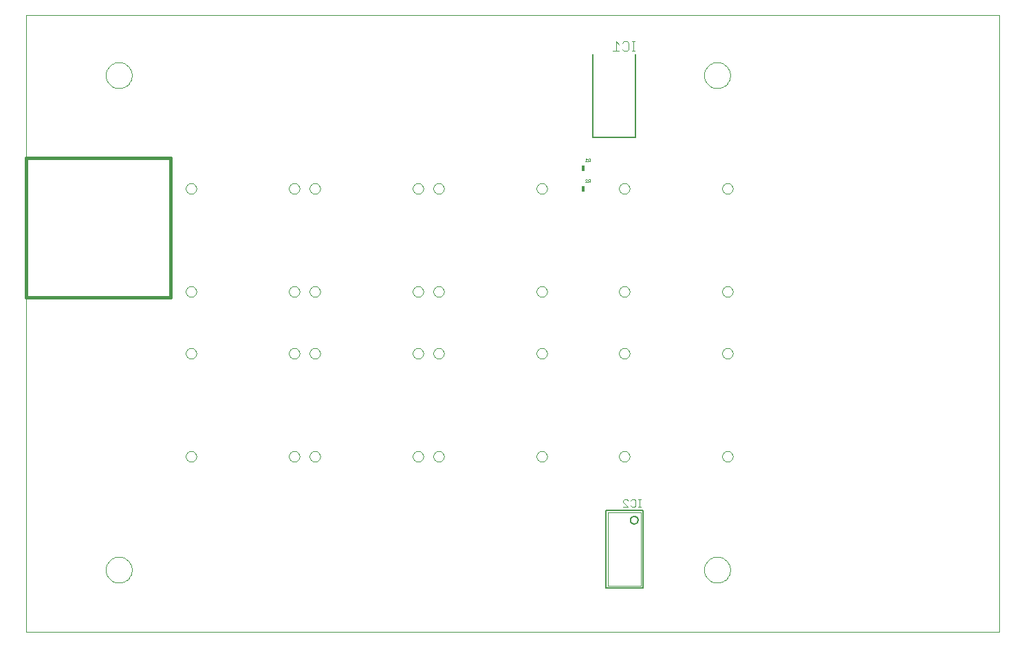
<source format=gbo>
G75*
G70*
%OFA0B0*%
%FSLAX24Y24*%
%IPPOS*%
%LPD*%
%AMOC8*
5,1,8,0,0,1.08239X$1,22.5*
%
%ADD10C,0.0000*%
%ADD11C,0.0160*%
%ADD12C,0.0060*%
%ADD13C,0.0020*%
%ADD14C,0.0040*%
%ADD15C,0.0080*%
%ADD16C,0.0010*%
%ADD17R,0.0180X0.0300*%
D10*
X000180Y000180D02*
X000180Y016400D01*
X000180Y030101D01*
X047361Y030101D01*
X047361Y000180D01*
X000180Y000180D01*
X004050Y003180D02*
X004052Y003230D01*
X004058Y003280D01*
X004068Y003329D01*
X004082Y003377D01*
X004099Y003424D01*
X004120Y003469D01*
X004145Y003513D01*
X004173Y003554D01*
X004205Y003593D01*
X004239Y003630D01*
X004276Y003664D01*
X004316Y003694D01*
X004358Y003721D01*
X004402Y003745D01*
X004448Y003766D01*
X004495Y003782D01*
X004543Y003795D01*
X004593Y003804D01*
X004642Y003809D01*
X004693Y003810D01*
X004743Y003807D01*
X004792Y003800D01*
X004841Y003789D01*
X004889Y003774D01*
X004935Y003756D01*
X004980Y003734D01*
X005023Y003708D01*
X005064Y003679D01*
X005103Y003647D01*
X005139Y003612D01*
X005171Y003574D01*
X005201Y003534D01*
X005228Y003491D01*
X005251Y003447D01*
X005270Y003401D01*
X005286Y003353D01*
X005298Y003304D01*
X005306Y003255D01*
X005310Y003205D01*
X005310Y003155D01*
X005306Y003105D01*
X005298Y003056D01*
X005286Y003007D01*
X005270Y002959D01*
X005251Y002913D01*
X005228Y002869D01*
X005201Y002826D01*
X005171Y002786D01*
X005139Y002748D01*
X005103Y002713D01*
X005064Y002681D01*
X005023Y002652D01*
X004980Y002626D01*
X004935Y002604D01*
X004889Y002586D01*
X004841Y002571D01*
X004792Y002560D01*
X004743Y002553D01*
X004693Y002550D01*
X004642Y002551D01*
X004593Y002556D01*
X004543Y002565D01*
X004495Y002578D01*
X004448Y002594D01*
X004402Y002615D01*
X004358Y002639D01*
X004316Y002666D01*
X004276Y002696D01*
X004239Y002730D01*
X004205Y002767D01*
X004173Y002806D01*
X004145Y002847D01*
X004120Y002891D01*
X004099Y002936D01*
X004082Y002983D01*
X004068Y003031D01*
X004058Y003080D01*
X004052Y003130D01*
X004050Y003180D01*
X007924Y008680D02*
X007926Y008711D01*
X007932Y008742D01*
X007941Y008772D01*
X007954Y008801D01*
X007971Y008828D01*
X007991Y008852D01*
X008013Y008874D01*
X008039Y008893D01*
X008066Y008909D01*
X008095Y008921D01*
X008125Y008930D01*
X008156Y008935D01*
X008188Y008936D01*
X008219Y008933D01*
X008250Y008926D01*
X008280Y008916D01*
X008308Y008902D01*
X008334Y008884D01*
X008358Y008864D01*
X008379Y008840D01*
X008398Y008815D01*
X008413Y008787D01*
X008424Y008758D01*
X008432Y008727D01*
X008436Y008696D01*
X008436Y008664D01*
X008432Y008633D01*
X008424Y008602D01*
X008413Y008573D01*
X008398Y008545D01*
X008379Y008520D01*
X008358Y008496D01*
X008334Y008476D01*
X008308Y008458D01*
X008280Y008444D01*
X008250Y008434D01*
X008219Y008427D01*
X008188Y008424D01*
X008156Y008425D01*
X008125Y008430D01*
X008095Y008439D01*
X008066Y008451D01*
X008039Y008467D01*
X008013Y008486D01*
X007991Y008508D01*
X007971Y008532D01*
X007954Y008559D01*
X007941Y008588D01*
X007932Y008618D01*
X007926Y008649D01*
X007924Y008680D01*
X012924Y008680D02*
X012926Y008711D01*
X012932Y008742D01*
X012941Y008772D01*
X012954Y008801D01*
X012971Y008828D01*
X012991Y008852D01*
X013013Y008874D01*
X013039Y008893D01*
X013066Y008909D01*
X013095Y008921D01*
X013125Y008930D01*
X013156Y008935D01*
X013188Y008936D01*
X013219Y008933D01*
X013250Y008926D01*
X013280Y008916D01*
X013308Y008902D01*
X013334Y008884D01*
X013358Y008864D01*
X013379Y008840D01*
X013398Y008815D01*
X013413Y008787D01*
X013424Y008758D01*
X013432Y008727D01*
X013436Y008696D01*
X013436Y008664D01*
X013432Y008633D01*
X013424Y008602D01*
X013413Y008573D01*
X013398Y008545D01*
X013379Y008520D01*
X013358Y008496D01*
X013334Y008476D01*
X013308Y008458D01*
X013280Y008444D01*
X013250Y008434D01*
X013219Y008427D01*
X013188Y008424D01*
X013156Y008425D01*
X013125Y008430D01*
X013095Y008439D01*
X013066Y008451D01*
X013039Y008467D01*
X013013Y008486D01*
X012991Y008508D01*
X012971Y008532D01*
X012954Y008559D01*
X012941Y008588D01*
X012932Y008618D01*
X012926Y008649D01*
X012924Y008680D01*
X013924Y008680D02*
X013926Y008711D01*
X013932Y008742D01*
X013941Y008772D01*
X013954Y008801D01*
X013971Y008828D01*
X013991Y008852D01*
X014013Y008874D01*
X014039Y008893D01*
X014066Y008909D01*
X014095Y008921D01*
X014125Y008930D01*
X014156Y008935D01*
X014188Y008936D01*
X014219Y008933D01*
X014250Y008926D01*
X014280Y008916D01*
X014308Y008902D01*
X014334Y008884D01*
X014358Y008864D01*
X014379Y008840D01*
X014398Y008815D01*
X014413Y008787D01*
X014424Y008758D01*
X014432Y008727D01*
X014436Y008696D01*
X014436Y008664D01*
X014432Y008633D01*
X014424Y008602D01*
X014413Y008573D01*
X014398Y008545D01*
X014379Y008520D01*
X014358Y008496D01*
X014334Y008476D01*
X014308Y008458D01*
X014280Y008444D01*
X014250Y008434D01*
X014219Y008427D01*
X014188Y008424D01*
X014156Y008425D01*
X014125Y008430D01*
X014095Y008439D01*
X014066Y008451D01*
X014039Y008467D01*
X014013Y008486D01*
X013991Y008508D01*
X013971Y008532D01*
X013954Y008559D01*
X013941Y008588D01*
X013932Y008618D01*
X013926Y008649D01*
X013924Y008680D01*
X018924Y008680D02*
X018926Y008711D01*
X018932Y008742D01*
X018941Y008772D01*
X018954Y008801D01*
X018971Y008828D01*
X018991Y008852D01*
X019013Y008874D01*
X019039Y008893D01*
X019066Y008909D01*
X019095Y008921D01*
X019125Y008930D01*
X019156Y008935D01*
X019188Y008936D01*
X019219Y008933D01*
X019250Y008926D01*
X019280Y008916D01*
X019308Y008902D01*
X019334Y008884D01*
X019358Y008864D01*
X019379Y008840D01*
X019398Y008815D01*
X019413Y008787D01*
X019424Y008758D01*
X019432Y008727D01*
X019436Y008696D01*
X019436Y008664D01*
X019432Y008633D01*
X019424Y008602D01*
X019413Y008573D01*
X019398Y008545D01*
X019379Y008520D01*
X019358Y008496D01*
X019334Y008476D01*
X019308Y008458D01*
X019280Y008444D01*
X019250Y008434D01*
X019219Y008427D01*
X019188Y008424D01*
X019156Y008425D01*
X019125Y008430D01*
X019095Y008439D01*
X019066Y008451D01*
X019039Y008467D01*
X019013Y008486D01*
X018991Y008508D01*
X018971Y008532D01*
X018954Y008559D01*
X018941Y008588D01*
X018932Y008618D01*
X018926Y008649D01*
X018924Y008680D01*
X019924Y008680D02*
X019926Y008711D01*
X019932Y008742D01*
X019941Y008772D01*
X019954Y008801D01*
X019971Y008828D01*
X019991Y008852D01*
X020013Y008874D01*
X020039Y008893D01*
X020066Y008909D01*
X020095Y008921D01*
X020125Y008930D01*
X020156Y008935D01*
X020188Y008936D01*
X020219Y008933D01*
X020250Y008926D01*
X020280Y008916D01*
X020308Y008902D01*
X020334Y008884D01*
X020358Y008864D01*
X020379Y008840D01*
X020398Y008815D01*
X020413Y008787D01*
X020424Y008758D01*
X020432Y008727D01*
X020436Y008696D01*
X020436Y008664D01*
X020432Y008633D01*
X020424Y008602D01*
X020413Y008573D01*
X020398Y008545D01*
X020379Y008520D01*
X020358Y008496D01*
X020334Y008476D01*
X020308Y008458D01*
X020280Y008444D01*
X020250Y008434D01*
X020219Y008427D01*
X020188Y008424D01*
X020156Y008425D01*
X020125Y008430D01*
X020095Y008439D01*
X020066Y008451D01*
X020039Y008467D01*
X020013Y008486D01*
X019991Y008508D01*
X019971Y008532D01*
X019954Y008559D01*
X019941Y008588D01*
X019932Y008618D01*
X019926Y008649D01*
X019924Y008680D01*
X024924Y008680D02*
X024926Y008711D01*
X024932Y008742D01*
X024941Y008772D01*
X024954Y008801D01*
X024971Y008828D01*
X024991Y008852D01*
X025013Y008874D01*
X025039Y008893D01*
X025066Y008909D01*
X025095Y008921D01*
X025125Y008930D01*
X025156Y008935D01*
X025188Y008936D01*
X025219Y008933D01*
X025250Y008926D01*
X025280Y008916D01*
X025308Y008902D01*
X025334Y008884D01*
X025358Y008864D01*
X025379Y008840D01*
X025398Y008815D01*
X025413Y008787D01*
X025424Y008758D01*
X025432Y008727D01*
X025436Y008696D01*
X025436Y008664D01*
X025432Y008633D01*
X025424Y008602D01*
X025413Y008573D01*
X025398Y008545D01*
X025379Y008520D01*
X025358Y008496D01*
X025334Y008476D01*
X025308Y008458D01*
X025280Y008444D01*
X025250Y008434D01*
X025219Y008427D01*
X025188Y008424D01*
X025156Y008425D01*
X025125Y008430D01*
X025095Y008439D01*
X025066Y008451D01*
X025039Y008467D01*
X025013Y008486D01*
X024991Y008508D01*
X024971Y008532D01*
X024954Y008559D01*
X024941Y008588D01*
X024932Y008618D01*
X024926Y008649D01*
X024924Y008680D01*
X028924Y008680D02*
X028926Y008711D01*
X028932Y008742D01*
X028941Y008772D01*
X028954Y008801D01*
X028971Y008828D01*
X028991Y008852D01*
X029013Y008874D01*
X029039Y008893D01*
X029066Y008909D01*
X029095Y008921D01*
X029125Y008930D01*
X029156Y008935D01*
X029188Y008936D01*
X029219Y008933D01*
X029250Y008926D01*
X029280Y008916D01*
X029308Y008902D01*
X029334Y008884D01*
X029358Y008864D01*
X029379Y008840D01*
X029398Y008815D01*
X029413Y008787D01*
X029424Y008758D01*
X029432Y008727D01*
X029436Y008696D01*
X029436Y008664D01*
X029432Y008633D01*
X029424Y008602D01*
X029413Y008573D01*
X029398Y008545D01*
X029379Y008520D01*
X029358Y008496D01*
X029334Y008476D01*
X029308Y008458D01*
X029280Y008444D01*
X029250Y008434D01*
X029219Y008427D01*
X029188Y008424D01*
X029156Y008425D01*
X029125Y008430D01*
X029095Y008439D01*
X029066Y008451D01*
X029039Y008467D01*
X029013Y008486D01*
X028991Y008508D01*
X028971Y008532D01*
X028954Y008559D01*
X028941Y008588D01*
X028932Y008618D01*
X028926Y008649D01*
X028924Y008680D01*
X033924Y008680D02*
X033926Y008711D01*
X033932Y008742D01*
X033941Y008772D01*
X033954Y008801D01*
X033971Y008828D01*
X033991Y008852D01*
X034013Y008874D01*
X034039Y008893D01*
X034066Y008909D01*
X034095Y008921D01*
X034125Y008930D01*
X034156Y008935D01*
X034188Y008936D01*
X034219Y008933D01*
X034250Y008926D01*
X034280Y008916D01*
X034308Y008902D01*
X034334Y008884D01*
X034358Y008864D01*
X034379Y008840D01*
X034398Y008815D01*
X034413Y008787D01*
X034424Y008758D01*
X034432Y008727D01*
X034436Y008696D01*
X034436Y008664D01*
X034432Y008633D01*
X034424Y008602D01*
X034413Y008573D01*
X034398Y008545D01*
X034379Y008520D01*
X034358Y008496D01*
X034334Y008476D01*
X034308Y008458D01*
X034280Y008444D01*
X034250Y008434D01*
X034219Y008427D01*
X034188Y008424D01*
X034156Y008425D01*
X034125Y008430D01*
X034095Y008439D01*
X034066Y008451D01*
X034039Y008467D01*
X034013Y008486D01*
X033991Y008508D01*
X033971Y008532D01*
X033954Y008559D01*
X033941Y008588D01*
X033932Y008618D01*
X033926Y008649D01*
X033924Y008680D01*
X033924Y013680D02*
X033926Y013711D01*
X033932Y013742D01*
X033941Y013772D01*
X033954Y013801D01*
X033971Y013828D01*
X033991Y013852D01*
X034013Y013874D01*
X034039Y013893D01*
X034066Y013909D01*
X034095Y013921D01*
X034125Y013930D01*
X034156Y013935D01*
X034188Y013936D01*
X034219Y013933D01*
X034250Y013926D01*
X034280Y013916D01*
X034308Y013902D01*
X034334Y013884D01*
X034358Y013864D01*
X034379Y013840D01*
X034398Y013815D01*
X034413Y013787D01*
X034424Y013758D01*
X034432Y013727D01*
X034436Y013696D01*
X034436Y013664D01*
X034432Y013633D01*
X034424Y013602D01*
X034413Y013573D01*
X034398Y013545D01*
X034379Y013520D01*
X034358Y013496D01*
X034334Y013476D01*
X034308Y013458D01*
X034280Y013444D01*
X034250Y013434D01*
X034219Y013427D01*
X034188Y013424D01*
X034156Y013425D01*
X034125Y013430D01*
X034095Y013439D01*
X034066Y013451D01*
X034039Y013467D01*
X034013Y013486D01*
X033991Y013508D01*
X033971Y013532D01*
X033954Y013559D01*
X033941Y013588D01*
X033932Y013618D01*
X033926Y013649D01*
X033924Y013680D01*
X033924Y016680D02*
X033926Y016711D01*
X033932Y016742D01*
X033941Y016772D01*
X033954Y016801D01*
X033971Y016828D01*
X033991Y016852D01*
X034013Y016874D01*
X034039Y016893D01*
X034066Y016909D01*
X034095Y016921D01*
X034125Y016930D01*
X034156Y016935D01*
X034188Y016936D01*
X034219Y016933D01*
X034250Y016926D01*
X034280Y016916D01*
X034308Y016902D01*
X034334Y016884D01*
X034358Y016864D01*
X034379Y016840D01*
X034398Y016815D01*
X034413Y016787D01*
X034424Y016758D01*
X034432Y016727D01*
X034436Y016696D01*
X034436Y016664D01*
X034432Y016633D01*
X034424Y016602D01*
X034413Y016573D01*
X034398Y016545D01*
X034379Y016520D01*
X034358Y016496D01*
X034334Y016476D01*
X034308Y016458D01*
X034280Y016444D01*
X034250Y016434D01*
X034219Y016427D01*
X034188Y016424D01*
X034156Y016425D01*
X034125Y016430D01*
X034095Y016439D01*
X034066Y016451D01*
X034039Y016467D01*
X034013Y016486D01*
X033991Y016508D01*
X033971Y016532D01*
X033954Y016559D01*
X033941Y016588D01*
X033932Y016618D01*
X033926Y016649D01*
X033924Y016680D01*
X028924Y016680D02*
X028926Y016711D01*
X028932Y016742D01*
X028941Y016772D01*
X028954Y016801D01*
X028971Y016828D01*
X028991Y016852D01*
X029013Y016874D01*
X029039Y016893D01*
X029066Y016909D01*
X029095Y016921D01*
X029125Y016930D01*
X029156Y016935D01*
X029188Y016936D01*
X029219Y016933D01*
X029250Y016926D01*
X029280Y016916D01*
X029308Y016902D01*
X029334Y016884D01*
X029358Y016864D01*
X029379Y016840D01*
X029398Y016815D01*
X029413Y016787D01*
X029424Y016758D01*
X029432Y016727D01*
X029436Y016696D01*
X029436Y016664D01*
X029432Y016633D01*
X029424Y016602D01*
X029413Y016573D01*
X029398Y016545D01*
X029379Y016520D01*
X029358Y016496D01*
X029334Y016476D01*
X029308Y016458D01*
X029280Y016444D01*
X029250Y016434D01*
X029219Y016427D01*
X029188Y016424D01*
X029156Y016425D01*
X029125Y016430D01*
X029095Y016439D01*
X029066Y016451D01*
X029039Y016467D01*
X029013Y016486D01*
X028991Y016508D01*
X028971Y016532D01*
X028954Y016559D01*
X028941Y016588D01*
X028932Y016618D01*
X028926Y016649D01*
X028924Y016680D01*
X024924Y016680D02*
X024926Y016711D01*
X024932Y016742D01*
X024941Y016772D01*
X024954Y016801D01*
X024971Y016828D01*
X024991Y016852D01*
X025013Y016874D01*
X025039Y016893D01*
X025066Y016909D01*
X025095Y016921D01*
X025125Y016930D01*
X025156Y016935D01*
X025188Y016936D01*
X025219Y016933D01*
X025250Y016926D01*
X025280Y016916D01*
X025308Y016902D01*
X025334Y016884D01*
X025358Y016864D01*
X025379Y016840D01*
X025398Y016815D01*
X025413Y016787D01*
X025424Y016758D01*
X025432Y016727D01*
X025436Y016696D01*
X025436Y016664D01*
X025432Y016633D01*
X025424Y016602D01*
X025413Y016573D01*
X025398Y016545D01*
X025379Y016520D01*
X025358Y016496D01*
X025334Y016476D01*
X025308Y016458D01*
X025280Y016444D01*
X025250Y016434D01*
X025219Y016427D01*
X025188Y016424D01*
X025156Y016425D01*
X025125Y016430D01*
X025095Y016439D01*
X025066Y016451D01*
X025039Y016467D01*
X025013Y016486D01*
X024991Y016508D01*
X024971Y016532D01*
X024954Y016559D01*
X024941Y016588D01*
X024932Y016618D01*
X024926Y016649D01*
X024924Y016680D01*
X024924Y013680D02*
X024926Y013711D01*
X024932Y013742D01*
X024941Y013772D01*
X024954Y013801D01*
X024971Y013828D01*
X024991Y013852D01*
X025013Y013874D01*
X025039Y013893D01*
X025066Y013909D01*
X025095Y013921D01*
X025125Y013930D01*
X025156Y013935D01*
X025188Y013936D01*
X025219Y013933D01*
X025250Y013926D01*
X025280Y013916D01*
X025308Y013902D01*
X025334Y013884D01*
X025358Y013864D01*
X025379Y013840D01*
X025398Y013815D01*
X025413Y013787D01*
X025424Y013758D01*
X025432Y013727D01*
X025436Y013696D01*
X025436Y013664D01*
X025432Y013633D01*
X025424Y013602D01*
X025413Y013573D01*
X025398Y013545D01*
X025379Y013520D01*
X025358Y013496D01*
X025334Y013476D01*
X025308Y013458D01*
X025280Y013444D01*
X025250Y013434D01*
X025219Y013427D01*
X025188Y013424D01*
X025156Y013425D01*
X025125Y013430D01*
X025095Y013439D01*
X025066Y013451D01*
X025039Y013467D01*
X025013Y013486D01*
X024991Y013508D01*
X024971Y013532D01*
X024954Y013559D01*
X024941Y013588D01*
X024932Y013618D01*
X024926Y013649D01*
X024924Y013680D01*
X028924Y013680D02*
X028926Y013711D01*
X028932Y013742D01*
X028941Y013772D01*
X028954Y013801D01*
X028971Y013828D01*
X028991Y013852D01*
X029013Y013874D01*
X029039Y013893D01*
X029066Y013909D01*
X029095Y013921D01*
X029125Y013930D01*
X029156Y013935D01*
X029188Y013936D01*
X029219Y013933D01*
X029250Y013926D01*
X029280Y013916D01*
X029308Y013902D01*
X029334Y013884D01*
X029358Y013864D01*
X029379Y013840D01*
X029398Y013815D01*
X029413Y013787D01*
X029424Y013758D01*
X029432Y013727D01*
X029436Y013696D01*
X029436Y013664D01*
X029432Y013633D01*
X029424Y013602D01*
X029413Y013573D01*
X029398Y013545D01*
X029379Y013520D01*
X029358Y013496D01*
X029334Y013476D01*
X029308Y013458D01*
X029280Y013444D01*
X029250Y013434D01*
X029219Y013427D01*
X029188Y013424D01*
X029156Y013425D01*
X029125Y013430D01*
X029095Y013439D01*
X029066Y013451D01*
X029039Y013467D01*
X029013Y013486D01*
X028991Y013508D01*
X028971Y013532D01*
X028954Y013559D01*
X028941Y013588D01*
X028932Y013618D01*
X028926Y013649D01*
X028924Y013680D01*
X019924Y013680D02*
X019926Y013711D01*
X019932Y013742D01*
X019941Y013772D01*
X019954Y013801D01*
X019971Y013828D01*
X019991Y013852D01*
X020013Y013874D01*
X020039Y013893D01*
X020066Y013909D01*
X020095Y013921D01*
X020125Y013930D01*
X020156Y013935D01*
X020188Y013936D01*
X020219Y013933D01*
X020250Y013926D01*
X020280Y013916D01*
X020308Y013902D01*
X020334Y013884D01*
X020358Y013864D01*
X020379Y013840D01*
X020398Y013815D01*
X020413Y013787D01*
X020424Y013758D01*
X020432Y013727D01*
X020436Y013696D01*
X020436Y013664D01*
X020432Y013633D01*
X020424Y013602D01*
X020413Y013573D01*
X020398Y013545D01*
X020379Y013520D01*
X020358Y013496D01*
X020334Y013476D01*
X020308Y013458D01*
X020280Y013444D01*
X020250Y013434D01*
X020219Y013427D01*
X020188Y013424D01*
X020156Y013425D01*
X020125Y013430D01*
X020095Y013439D01*
X020066Y013451D01*
X020039Y013467D01*
X020013Y013486D01*
X019991Y013508D01*
X019971Y013532D01*
X019954Y013559D01*
X019941Y013588D01*
X019932Y013618D01*
X019926Y013649D01*
X019924Y013680D01*
X018924Y013680D02*
X018926Y013711D01*
X018932Y013742D01*
X018941Y013772D01*
X018954Y013801D01*
X018971Y013828D01*
X018991Y013852D01*
X019013Y013874D01*
X019039Y013893D01*
X019066Y013909D01*
X019095Y013921D01*
X019125Y013930D01*
X019156Y013935D01*
X019188Y013936D01*
X019219Y013933D01*
X019250Y013926D01*
X019280Y013916D01*
X019308Y013902D01*
X019334Y013884D01*
X019358Y013864D01*
X019379Y013840D01*
X019398Y013815D01*
X019413Y013787D01*
X019424Y013758D01*
X019432Y013727D01*
X019436Y013696D01*
X019436Y013664D01*
X019432Y013633D01*
X019424Y013602D01*
X019413Y013573D01*
X019398Y013545D01*
X019379Y013520D01*
X019358Y013496D01*
X019334Y013476D01*
X019308Y013458D01*
X019280Y013444D01*
X019250Y013434D01*
X019219Y013427D01*
X019188Y013424D01*
X019156Y013425D01*
X019125Y013430D01*
X019095Y013439D01*
X019066Y013451D01*
X019039Y013467D01*
X019013Y013486D01*
X018991Y013508D01*
X018971Y013532D01*
X018954Y013559D01*
X018941Y013588D01*
X018932Y013618D01*
X018926Y013649D01*
X018924Y013680D01*
X018924Y016680D02*
X018926Y016711D01*
X018932Y016742D01*
X018941Y016772D01*
X018954Y016801D01*
X018971Y016828D01*
X018991Y016852D01*
X019013Y016874D01*
X019039Y016893D01*
X019066Y016909D01*
X019095Y016921D01*
X019125Y016930D01*
X019156Y016935D01*
X019188Y016936D01*
X019219Y016933D01*
X019250Y016926D01*
X019280Y016916D01*
X019308Y016902D01*
X019334Y016884D01*
X019358Y016864D01*
X019379Y016840D01*
X019398Y016815D01*
X019413Y016787D01*
X019424Y016758D01*
X019432Y016727D01*
X019436Y016696D01*
X019436Y016664D01*
X019432Y016633D01*
X019424Y016602D01*
X019413Y016573D01*
X019398Y016545D01*
X019379Y016520D01*
X019358Y016496D01*
X019334Y016476D01*
X019308Y016458D01*
X019280Y016444D01*
X019250Y016434D01*
X019219Y016427D01*
X019188Y016424D01*
X019156Y016425D01*
X019125Y016430D01*
X019095Y016439D01*
X019066Y016451D01*
X019039Y016467D01*
X019013Y016486D01*
X018991Y016508D01*
X018971Y016532D01*
X018954Y016559D01*
X018941Y016588D01*
X018932Y016618D01*
X018926Y016649D01*
X018924Y016680D01*
X019924Y016680D02*
X019926Y016711D01*
X019932Y016742D01*
X019941Y016772D01*
X019954Y016801D01*
X019971Y016828D01*
X019991Y016852D01*
X020013Y016874D01*
X020039Y016893D01*
X020066Y016909D01*
X020095Y016921D01*
X020125Y016930D01*
X020156Y016935D01*
X020188Y016936D01*
X020219Y016933D01*
X020250Y016926D01*
X020280Y016916D01*
X020308Y016902D01*
X020334Y016884D01*
X020358Y016864D01*
X020379Y016840D01*
X020398Y016815D01*
X020413Y016787D01*
X020424Y016758D01*
X020432Y016727D01*
X020436Y016696D01*
X020436Y016664D01*
X020432Y016633D01*
X020424Y016602D01*
X020413Y016573D01*
X020398Y016545D01*
X020379Y016520D01*
X020358Y016496D01*
X020334Y016476D01*
X020308Y016458D01*
X020280Y016444D01*
X020250Y016434D01*
X020219Y016427D01*
X020188Y016424D01*
X020156Y016425D01*
X020125Y016430D01*
X020095Y016439D01*
X020066Y016451D01*
X020039Y016467D01*
X020013Y016486D01*
X019991Y016508D01*
X019971Y016532D01*
X019954Y016559D01*
X019941Y016588D01*
X019932Y016618D01*
X019926Y016649D01*
X019924Y016680D01*
X013924Y016680D02*
X013926Y016711D01*
X013932Y016742D01*
X013941Y016772D01*
X013954Y016801D01*
X013971Y016828D01*
X013991Y016852D01*
X014013Y016874D01*
X014039Y016893D01*
X014066Y016909D01*
X014095Y016921D01*
X014125Y016930D01*
X014156Y016935D01*
X014188Y016936D01*
X014219Y016933D01*
X014250Y016926D01*
X014280Y016916D01*
X014308Y016902D01*
X014334Y016884D01*
X014358Y016864D01*
X014379Y016840D01*
X014398Y016815D01*
X014413Y016787D01*
X014424Y016758D01*
X014432Y016727D01*
X014436Y016696D01*
X014436Y016664D01*
X014432Y016633D01*
X014424Y016602D01*
X014413Y016573D01*
X014398Y016545D01*
X014379Y016520D01*
X014358Y016496D01*
X014334Y016476D01*
X014308Y016458D01*
X014280Y016444D01*
X014250Y016434D01*
X014219Y016427D01*
X014188Y016424D01*
X014156Y016425D01*
X014125Y016430D01*
X014095Y016439D01*
X014066Y016451D01*
X014039Y016467D01*
X014013Y016486D01*
X013991Y016508D01*
X013971Y016532D01*
X013954Y016559D01*
X013941Y016588D01*
X013932Y016618D01*
X013926Y016649D01*
X013924Y016680D01*
X012924Y016680D02*
X012926Y016711D01*
X012932Y016742D01*
X012941Y016772D01*
X012954Y016801D01*
X012971Y016828D01*
X012991Y016852D01*
X013013Y016874D01*
X013039Y016893D01*
X013066Y016909D01*
X013095Y016921D01*
X013125Y016930D01*
X013156Y016935D01*
X013188Y016936D01*
X013219Y016933D01*
X013250Y016926D01*
X013280Y016916D01*
X013308Y016902D01*
X013334Y016884D01*
X013358Y016864D01*
X013379Y016840D01*
X013398Y016815D01*
X013413Y016787D01*
X013424Y016758D01*
X013432Y016727D01*
X013436Y016696D01*
X013436Y016664D01*
X013432Y016633D01*
X013424Y016602D01*
X013413Y016573D01*
X013398Y016545D01*
X013379Y016520D01*
X013358Y016496D01*
X013334Y016476D01*
X013308Y016458D01*
X013280Y016444D01*
X013250Y016434D01*
X013219Y016427D01*
X013188Y016424D01*
X013156Y016425D01*
X013125Y016430D01*
X013095Y016439D01*
X013066Y016451D01*
X013039Y016467D01*
X013013Y016486D01*
X012991Y016508D01*
X012971Y016532D01*
X012954Y016559D01*
X012941Y016588D01*
X012932Y016618D01*
X012926Y016649D01*
X012924Y016680D01*
X012924Y013680D02*
X012926Y013711D01*
X012932Y013742D01*
X012941Y013772D01*
X012954Y013801D01*
X012971Y013828D01*
X012991Y013852D01*
X013013Y013874D01*
X013039Y013893D01*
X013066Y013909D01*
X013095Y013921D01*
X013125Y013930D01*
X013156Y013935D01*
X013188Y013936D01*
X013219Y013933D01*
X013250Y013926D01*
X013280Y013916D01*
X013308Y013902D01*
X013334Y013884D01*
X013358Y013864D01*
X013379Y013840D01*
X013398Y013815D01*
X013413Y013787D01*
X013424Y013758D01*
X013432Y013727D01*
X013436Y013696D01*
X013436Y013664D01*
X013432Y013633D01*
X013424Y013602D01*
X013413Y013573D01*
X013398Y013545D01*
X013379Y013520D01*
X013358Y013496D01*
X013334Y013476D01*
X013308Y013458D01*
X013280Y013444D01*
X013250Y013434D01*
X013219Y013427D01*
X013188Y013424D01*
X013156Y013425D01*
X013125Y013430D01*
X013095Y013439D01*
X013066Y013451D01*
X013039Y013467D01*
X013013Y013486D01*
X012991Y013508D01*
X012971Y013532D01*
X012954Y013559D01*
X012941Y013588D01*
X012932Y013618D01*
X012926Y013649D01*
X012924Y013680D01*
X013924Y013680D02*
X013926Y013711D01*
X013932Y013742D01*
X013941Y013772D01*
X013954Y013801D01*
X013971Y013828D01*
X013991Y013852D01*
X014013Y013874D01*
X014039Y013893D01*
X014066Y013909D01*
X014095Y013921D01*
X014125Y013930D01*
X014156Y013935D01*
X014188Y013936D01*
X014219Y013933D01*
X014250Y013926D01*
X014280Y013916D01*
X014308Y013902D01*
X014334Y013884D01*
X014358Y013864D01*
X014379Y013840D01*
X014398Y013815D01*
X014413Y013787D01*
X014424Y013758D01*
X014432Y013727D01*
X014436Y013696D01*
X014436Y013664D01*
X014432Y013633D01*
X014424Y013602D01*
X014413Y013573D01*
X014398Y013545D01*
X014379Y013520D01*
X014358Y013496D01*
X014334Y013476D01*
X014308Y013458D01*
X014280Y013444D01*
X014250Y013434D01*
X014219Y013427D01*
X014188Y013424D01*
X014156Y013425D01*
X014125Y013430D01*
X014095Y013439D01*
X014066Y013451D01*
X014039Y013467D01*
X014013Y013486D01*
X013991Y013508D01*
X013971Y013532D01*
X013954Y013559D01*
X013941Y013588D01*
X013932Y013618D01*
X013926Y013649D01*
X013924Y013680D01*
X007924Y013680D02*
X007926Y013711D01*
X007932Y013742D01*
X007941Y013772D01*
X007954Y013801D01*
X007971Y013828D01*
X007991Y013852D01*
X008013Y013874D01*
X008039Y013893D01*
X008066Y013909D01*
X008095Y013921D01*
X008125Y013930D01*
X008156Y013935D01*
X008188Y013936D01*
X008219Y013933D01*
X008250Y013926D01*
X008280Y013916D01*
X008308Y013902D01*
X008334Y013884D01*
X008358Y013864D01*
X008379Y013840D01*
X008398Y013815D01*
X008413Y013787D01*
X008424Y013758D01*
X008432Y013727D01*
X008436Y013696D01*
X008436Y013664D01*
X008432Y013633D01*
X008424Y013602D01*
X008413Y013573D01*
X008398Y013545D01*
X008379Y013520D01*
X008358Y013496D01*
X008334Y013476D01*
X008308Y013458D01*
X008280Y013444D01*
X008250Y013434D01*
X008219Y013427D01*
X008188Y013424D01*
X008156Y013425D01*
X008125Y013430D01*
X008095Y013439D01*
X008066Y013451D01*
X008039Y013467D01*
X008013Y013486D01*
X007991Y013508D01*
X007971Y013532D01*
X007954Y013559D01*
X007941Y013588D01*
X007932Y013618D01*
X007926Y013649D01*
X007924Y013680D01*
X007924Y016680D02*
X007926Y016711D01*
X007932Y016742D01*
X007941Y016772D01*
X007954Y016801D01*
X007971Y016828D01*
X007991Y016852D01*
X008013Y016874D01*
X008039Y016893D01*
X008066Y016909D01*
X008095Y016921D01*
X008125Y016930D01*
X008156Y016935D01*
X008188Y016936D01*
X008219Y016933D01*
X008250Y016926D01*
X008280Y016916D01*
X008308Y016902D01*
X008334Y016884D01*
X008358Y016864D01*
X008379Y016840D01*
X008398Y016815D01*
X008413Y016787D01*
X008424Y016758D01*
X008432Y016727D01*
X008436Y016696D01*
X008436Y016664D01*
X008432Y016633D01*
X008424Y016602D01*
X008413Y016573D01*
X008398Y016545D01*
X008379Y016520D01*
X008358Y016496D01*
X008334Y016476D01*
X008308Y016458D01*
X008280Y016444D01*
X008250Y016434D01*
X008219Y016427D01*
X008188Y016424D01*
X008156Y016425D01*
X008125Y016430D01*
X008095Y016439D01*
X008066Y016451D01*
X008039Y016467D01*
X008013Y016486D01*
X007991Y016508D01*
X007971Y016532D01*
X007954Y016559D01*
X007941Y016588D01*
X007932Y016618D01*
X007926Y016649D01*
X007924Y016680D01*
X007924Y021680D02*
X007926Y021711D01*
X007932Y021742D01*
X007941Y021772D01*
X007954Y021801D01*
X007971Y021828D01*
X007991Y021852D01*
X008013Y021874D01*
X008039Y021893D01*
X008066Y021909D01*
X008095Y021921D01*
X008125Y021930D01*
X008156Y021935D01*
X008188Y021936D01*
X008219Y021933D01*
X008250Y021926D01*
X008280Y021916D01*
X008308Y021902D01*
X008334Y021884D01*
X008358Y021864D01*
X008379Y021840D01*
X008398Y021815D01*
X008413Y021787D01*
X008424Y021758D01*
X008432Y021727D01*
X008436Y021696D01*
X008436Y021664D01*
X008432Y021633D01*
X008424Y021602D01*
X008413Y021573D01*
X008398Y021545D01*
X008379Y021520D01*
X008358Y021496D01*
X008334Y021476D01*
X008308Y021458D01*
X008280Y021444D01*
X008250Y021434D01*
X008219Y021427D01*
X008188Y021424D01*
X008156Y021425D01*
X008125Y021430D01*
X008095Y021439D01*
X008066Y021451D01*
X008039Y021467D01*
X008013Y021486D01*
X007991Y021508D01*
X007971Y021532D01*
X007954Y021559D01*
X007941Y021588D01*
X007932Y021618D01*
X007926Y021649D01*
X007924Y021680D01*
X012924Y021680D02*
X012926Y021711D01*
X012932Y021742D01*
X012941Y021772D01*
X012954Y021801D01*
X012971Y021828D01*
X012991Y021852D01*
X013013Y021874D01*
X013039Y021893D01*
X013066Y021909D01*
X013095Y021921D01*
X013125Y021930D01*
X013156Y021935D01*
X013188Y021936D01*
X013219Y021933D01*
X013250Y021926D01*
X013280Y021916D01*
X013308Y021902D01*
X013334Y021884D01*
X013358Y021864D01*
X013379Y021840D01*
X013398Y021815D01*
X013413Y021787D01*
X013424Y021758D01*
X013432Y021727D01*
X013436Y021696D01*
X013436Y021664D01*
X013432Y021633D01*
X013424Y021602D01*
X013413Y021573D01*
X013398Y021545D01*
X013379Y021520D01*
X013358Y021496D01*
X013334Y021476D01*
X013308Y021458D01*
X013280Y021444D01*
X013250Y021434D01*
X013219Y021427D01*
X013188Y021424D01*
X013156Y021425D01*
X013125Y021430D01*
X013095Y021439D01*
X013066Y021451D01*
X013039Y021467D01*
X013013Y021486D01*
X012991Y021508D01*
X012971Y021532D01*
X012954Y021559D01*
X012941Y021588D01*
X012932Y021618D01*
X012926Y021649D01*
X012924Y021680D01*
X013924Y021680D02*
X013926Y021711D01*
X013932Y021742D01*
X013941Y021772D01*
X013954Y021801D01*
X013971Y021828D01*
X013991Y021852D01*
X014013Y021874D01*
X014039Y021893D01*
X014066Y021909D01*
X014095Y021921D01*
X014125Y021930D01*
X014156Y021935D01*
X014188Y021936D01*
X014219Y021933D01*
X014250Y021926D01*
X014280Y021916D01*
X014308Y021902D01*
X014334Y021884D01*
X014358Y021864D01*
X014379Y021840D01*
X014398Y021815D01*
X014413Y021787D01*
X014424Y021758D01*
X014432Y021727D01*
X014436Y021696D01*
X014436Y021664D01*
X014432Y021633D01*
X014424Y021602D01*
X014413Y021573D01*
X014398Y021545D01*
X014379Y021520D01*
X014358Y021496D01*
X014334Y021476D01*
X014308Y021458D01*
X014280Y021444D01*
X014250Y021434D01*
X014219Y021427D01*
X014188Y021424D01*
X014156Y021425D01*
X014125Y021430D01*
X014095Y021439D01*
X014066Y021451D01*
X014039Y021467D01*
X014013Y021486D01*
X013991Y021508D01*
X013971Y021532D01*
X013954Y021559D01*
X013941Y021588D01*
X013932Y021618D01*
X013926Y021649D01*
X013924Y021680D01*
X018924Y021680D02*
X018926Y021711D01*
X018932Y021742D01*
X018941Y021772D01*
X018954Y021801D01*
X018971Y021828D01*
X018991Y021852D01*
X019013Y021874D01*
X019039Y021893D01*
X019066Y021909D01*
X019095Y021921D01*
X019125Y021930D01*
X019156Y021935D01*
X019188Y021936D01*
X019219Y021933D01*
X019250Y021926D01*
X019280Y021916D01*
X019308Y021902D01*
X019334Y021884D01*
X019358Y021864D01*
X019379Y021840D01*
X019398Y021815D01*
X019413Y021787D01*
X019424Y021758D01*
X019432Y021727D01*
X019436Y021696D01*
X019436Y021664D01*
X019432Y021633D01*
X019424Y021602D01*
X019413Y021573D01*
X019398Y021545D01*
X019379Y021520D01*
X019358Y021496D01*
X019334Y021476D01*
X019308Y021458D01*
X019280Y021444D01*
X019250Y021434D01*
X019219Y021427D01*
X019188Y021424D01*
X019156Y021425D01*
X019125Y021430D01*
X019095Y021439D01*
X019066Y021451D01*
X019039Y021467D01*
X019013Y021486D01*
X018991Y021508D01*
X018971Y021532D01*
X018954Y021559D01*
X018941Y021588D01*
X018932Y021618D01*
X018926Y021649D01*
X018924Y021680D01*
X019924Y021680D02*
X019926Y021711D01*
X019932Y021742D01*
X019941Y021772D01*
X019954Y021801D01*
X019971Y021828D01*
X019991Y021852D01*
X020013Y021874D01*
X020039Y021893D01*
X020066Y021909D01*
X020095Y021921D01*
X020125Y021930D01*
X020156Y021935D01*
X020188Y021936D01*
X020219Y021933D01*
X020250Y021926D01*
X020280Y021916D01*
X020308Y021902D01*
X020334Y021884D01*
X020358Y021864D01*
X020379Y021840D01*
X020398Y021815D01*
X020413Y021787D01*
X020424Y021758D01*
X020432Y021727D01*
X020436Y021696D01*
X020436Y021664D01*
X020432Y021633D01*
X020424Y021602D01*
X020413Y021573D01*
X020398Y021545D01*
X020379Y021520D01*
X020358Y021496D01*
X020334Y021476D01*
X020308Y021458D01*
X020280Y021444D01*
X020250Y021434D01*
X020219Y021427D01*
X020188Y021424D01*
X020156Y021425D01*
X020125Y021430D01*
X020095Y021439D01*
X020066Y021451D01*
X020039Y021467D01*
X020013Y021486D01*
X019991Y021508D01*
X019971Y021532D01*
X019954Y021559D01*
X019941Y021588D01*
X019932Y021618D01*
X019926Y021649D01*
X019924Y021680D01*
X024924Y021680D02*
X024926Y021711D01*
X024932Y021742D01*
X024941Y021772D01*
X024954Y021801D01*
X024971Y021828D01*
X024991Y021852D01*
X025013Y021874D01*
X025039Y021893D01*
X025066Y021909D01*
X025095Y021921D01*
X025125Y021930D01*
X025156Y021935D01*
X025188Y021936D01*
X025219Y021933D01*
X025250Y021926D01*
X025280Y021916D01*
X025308Y021902D01*
X025334Y021884D01*
X025358Y021864D01*
X025379Y021840D01*
X025398Y021815D01*
X025413Y021787D01*
X025424Y021758D01*
X025432Y021727D01*
X025436Y021696D01*
X025436Y021664D01*
X025432Y021633D01*
X025424Y021602D01*
X025413Y021573D01*
X025398Y021545D01*
X025379Y021520D01*
X025358Y021496D01*
X025334Y021476D01*
X025308Y021458D01*
X025280Y021444D01*
X025250Y021434D01*
X025219Y021427D01*
X025188Y021424D01*
X025156Y021425D01*
X025125Y021430D01*
X025095Y021439D01*
X025066Y021451D01*
X025039Y021467D01*
X025013Y021486D01*
X024991Y021508D01*
X024971Y021532D01*
X024954Y021559D01*
X024941Y021588D01*
X024932Y021618D01*
X024926Y021649D01*
X024924Y021680D01*
X028924Y021680D02*
X028926Y021711D01*
X028932Y021742D01*
X028941Y021772D01*
X028954Y021801D01*
X028971Y021828D01*
X028991Y021852D01*
X029013Y021874D01*
X029039Y021893D01*
X029066Y021909D01*
X029095Y021921D01*
X029125Y021930D01*
X029156Y021935D01*
X029188Y021936D01*
X029219Y021933D01*
X029250Y021926D01*
X029280Y021916D01*
X029308Y021902D01*
X029334Y021884D01*
X029358Y021864D01*
X029379Y021840D01*
X029398Y021815D01*
X029413Y021787D01*
X029424Y021758D01*
X029432Y021727D01*
X029436Y021696D01*
X029436Y021664D01*
X029432Y021633D01*
X029424Y021602D01*
X029413Y021573D01*
X029398Y021545D01*
X029379Y021520D01*
X029358Y021496D01*
X029334Y021476D01*
X029308Y021458D01*
X029280Y021444D01*
X029250Y021434D01*
X029219Y021427D01*
X029188Y021424D01*
X029156Y021425D01*
X029125Y021430D01*
X029095Y021439D01*
X029066Y021451D01*
X029039Y021467D01*
X029013Y021486D01*
X028991Y021508D01*
X028971Y021532D01*
X028954Y021559D01*
X028941Y021588D01*
X028932Y021618D01*
X028926Y021649D01*
X028924Y021680D01*
X033924Y021680D02*
X033926Y021711D01*
X033932Y021742D01*
X033941Y021772D01*
X033954Y021801D01*
X033971Y021828D01*
X033991Y021852D01*
X034013Y021874D01*
X034039Y021893D01*
X034066Y021909D01*
X034095Y021921D01*
X034125Y021930D01*
X034156Y021935D01*
X034188Y021936D01*
X034219Y021933D01*
X034250Y021926D01*
X034280Y021916D01*
X034308Y021902D01*
X034334Y021884D01*
X034358Y021864D01*
X034379Y021840D01*
X034398Y021815D01*
X034413Y021787D01*
X034424Y021758D01*
X034432Y021727D01*
X034436Y021696D01*
X034436Y021664D01*
X034432Y021633D01*
X034424Y021602D01*
X034413Y021573D01*
X034398Y021545D01*
X034379Y021520D01*
X034358Y021496D01*
X034334Y021476D01*
X034308Y021458D01*
X034280Y021444D01*
X034250Y021434D01*
X034219Y021427D01*
X034188Y021424D01*
X034156Y021425D01*
X034125Y021430D01*
X034095Y021439D01*
X034066Y021451D01*
X034039Y021467D01*
X034013Y021486D01*
X033991Y021508D01*
X033971Y021532D01*
X033954Y021559D01*
X033941Y021588D01*
X033932Y021618D01*
X033926Y021649D01*
X033924Y021680D01*
X033050Y027180D02*
X033052Y027230D01*
X033058Y027280D01*
X033068Y027329D01*
X033082Y027377D01*
X033099Y027424D01*
X033120Y027469D01*
X033145Y027513D01*
X033173Y027554D01*
X033205Y027593D01*
X033239Y027630D01*
X033276Y027664D01*
X033316Y027694D01*
X033358Y027721D01*
X033402Y027745D01*
X033448Y027766D01*
X033495Y027782D01*
X033543Y027795D01*
X033593Y027804D01*
X033642Y027809D01*
X033693Y027810D01*
X033743Y027807D01*
X033792Y027800D01*
X033841Y027789D01*
X033889Y027774D01*
X033935Y027756D01*
X033980Y027734D01*
X034023Y027708D01*
X034064Y027679D01*
X034103Y027647D01*
X034139Y027612D01*
X034171Y027574D01*
X034201Y027534D01*
X034228Y027491D01*
X034251Y027447D01*
X034270Y027401D01*
X034286Y027353D01*
X034298Y027304D01*
X034306Y027255D01*
X034310Y027205D01*
X034310Y027155D01*
X034306Y027105D01*
X034298Y027056D01*
X034286Y027007D01*
X034270Y026959D01*
X034251Y026913D01*
X034228Y026869D01*
X034201Y026826D01*
X034171Y026786D01*
X034139Y026748D01*
X034103Y026713D01*
X034064Y026681D01*
X034023Y026652D01*
X033980Y026626D01*
X033935Y026604D01*
X033889Y026586D01*
X033841Y026571D01*
X033792Y026560D01*
X033743Y026553D01*
X033693Y026550D01*
X033642Y026551D01*
X033593Y026556D01*
X033543Y026565D01*
X033495Y026578D01*
X033448Y026594D01*
X033402Y026615D01*
X033358Y026639D01*
X033316Y026666D01*
X033276Y026696D01*
X033239Y026730D01*
X033205Y026767D01*
X033173Y026806D01*
X033145Y026847D01*
X033120Y026891D01*
X033099Y026936D01*
X033082Y026983D01*
X033068Y027031D01*
X033058Y027080D01*
X033052Y027130D01*
X033050Y027180D01*
X004050Y027180D02*
X004052Y027230D01*
X004058Y027280D01*
X004068Y027329D01*
X004082Y027377D01*
X004099Y027424D01*
X004120Y027469D01*
X004145Y027513D01*
X004173Y027554D01*
X004205Y027593D01*
X004239Y027630D01*
X004276Y027664D01*
X004316Y027694D01*
X004358Y027721D01*
X004402Y027745D01*
X004448Y027766D01*
X004495Y027782D01*
X004543Y027795D01*
X004593Y027804D01*
X004642Y027809D01*
X004693Y027810D01*
X004743Y027807D01*
X004792Y027800D01*
X004841Y027789D01*
X004889Y027774D01*
X004935Y027756D01*
X004980Y027734D01*
X005023Y027708D01*
X005064Y027679D01*
X005103Y027647D01*
X005139Y027612D01*
X005171Y027574D01*
X005201Y027534D01*
X005228Y027491D01*
X005251Y027447D01*
X005270Y027401D01*
X005286Y027353D01*
X005298Y027304D01*
X005306Y027255D01*
X005310Y027205D01*
X005310Y027155D01*
X005306Y027105D01*
X005298Y027056D01*
X005286Y027007D01*
X005270Y026959D01*
X005251Y026913D01*
X005228Y026869D01*
X005201Y026826D01*
X005171Y026786D01*
X005139Y026748D01*
X005103Y026713D01*
X005064Y026681D01*
X005023Y026652D01*
X004980Y026626D01*
X004935Y026604D01*
X004889Y026586D01*
X004841Y026571D01*
X004792Y026560D01*
X004743Y026553D01*
X004693Y026550D01*
X004642Y026551D01*
X004593Y026556D01*
X004543Y026565D01*
X004495Y026578D01*
X004448Y026594D01*
X004402Y026615D01*
X004358Y026639D01*
X004316Y026666D01*
X004276Y026696D01*
X004239Y026730D01*
X004205Y026767D01*
X004173Y026806D01*
X004145Y026847D01*
X004120Y026891D01*
X004099Y026936D01*
X004082Y026983D01*
X004068Y027031D01*
X004058Y027080D01*
X004052Y027130D01*
X004050Y027180D01*
X033050Y003180D02*
X033052Y003230D01*
X033058Y003280D01*
X033068Y003329D01*
X033082Y003377D01*
X033099Y003424D01*
X033120Y003469D01*
X033145Y003513D01*
X033173Y003554D01*
X033205Y003593D01*
X033239Y003630D01*
X033276Y003664D01*
X033316Y003694D01*
X033358Y003721D01*
X033402Y003745D01*
X033448Y003766D01*
X033495Y003782D01*
X033543Y003795D01*
X033593Y003804D01*
X033642Y003809D01*
X033693Y003810D01*
X033743Y003807D01*
X033792Y003800D01*
X033841Y003789D01*
X033889Y003774D01*
X033935Y003756D01*
X033980Y003734D01*
X034023Y003708D01*
X034064Y003679D01*
X034103Y003647D01*
X034139Y003612D01*
X034171Y003574D01*
X034201Y003534D01*
X034228Y003491D01*
X034251Y003447D01*
X034270Y003401D01*
X034286Y003353D01*
X034298Y003304D01*
X034306Y003255D01*
X034310Y003205D01*
X034310Y003155D01*
X034306Y003105D01*
X034298Y003056D01*
X034286Y003007D01*
X034270Y002959D01*
X034251Y002913D01*
X034228Y002869D01*
X034201Y002826D01*
X034171Y002786D01*
X034139Y002748D01*
X034103Y002713D01*
X034064Y002681D01*
X034023Y002652D01*
X033980Y002626D01*
X033935Y002604D01*
X033889Y002586D01*
X033841Y002571D01*
X033792Y002560D01*
X033743Y002553D01*
X033693Y002550D01*
X033642Y002551D01*
X033593Y002556D01*
X033543Y002565D01*
X033495Y002578D01*
X033448Y002594D01*
X033402Y002615D01*
X033358Y002639D01*
X033316Y002666D01*
X033276Y002696D01*
X033239Y002730D01*
X033205Y002767D01*
X033173Y002806D01*
X033145Y002847D01*
X033120Y002891D01*
X033099Y002936D01*
X033082Y002983D01*
X033068Y003031D01*
X033058Y003080D01*
X033052Y003130D01*
X033050Y003180D01*
D11*
X007200Y016400D02*
X000180Y016400D01*
X000180Y023180D01*
X007200Y023180D01*
X007200Y016400D01*
D12*
X028281Y006066D02*
X030079Y006066D01*
X030079Y002294D01*
X028281Y002294D01*
X028281Y006066D01*
X029480Y005588D02*
X029482Y005614D01*
X029488Y005640D01*
X029497Y005664D01*
X029510Y005687D01*
X029526Y005708D01*
X029545Y005726D01*
X029566Y005742D01*
X029590Y005754D01*
X029614Y005762D01*
X029640Y005767D01*
X029667Y005768D01*
X029693Y005765D01*
X029718Y005758D01*
X029742Y005748D01*
X029765Y005734D01*
X029785Y005718D01*
X029802Y005698D01*
X029817Y005676D01*
X029828Y005652D01*
X029836Y005627D01*
X029840Y005601D01*
X029840Y005575D01*
X029836Y005549D01*
X029828Y005524D01*
X029817Y005500D01*
X029802Y005478D01*
X029785Y005458D01*
X029765Y005442D01*
X029742Y005428D01*
X029718Y005418D01*
X029693Y005411D01*
X029667Y005408D01*
X029640Y005409D01*
X029614Y005414D01*
X029590Y005422D01*
X029566Y005434D01*
X029545Y005450D01*
X029526Y005468D01*
X029510Y005489D01*
X029497Y005512D01*
X029488Y005536D01*
X029482Y005562D01*
X029480Y005588D01*
D13*
X029989Y005976D02*
X028371Y005976D01*
X028371Y002384D01*
X029989Y002384D01*
X029989Y005976D01*
D14*
X029980Y006236D02*
X029860Y006236D01*
X029920Y006236D02*
X029920Y006596D01*
X029980Y006596D02*
X029860Y006596D01*
X029734Y006536D02*
X029734Y006296D01*
X029674Y006236D01*
X029554Y006236D01*
X029494Y006296D01*
X029366Y006236D02*
X029126Y006476D01*
X029126Y006536D01*
X029186Y006596D01*
X029306Y006596D01*
X029366Y006536D01*
X029494Y006536D02*
X029554Y006596D01*
X029674Y006596D01*
X029734Y006536D01*
X029366Y006236D02*
X029126Y006236D01*
X029158Y028356D02*
X029082Y028433D01*
X029158Y028356D02*
X029312Y028356D01*
X029388Y028433D01*
X029388Y028740D01*
X029312Y028816D01*
X029158Y028816D01*
X029082Y028740D01*
X028928Y028663D02*
X028775Y028816D01*
X028775Y028356D01*
X028928Y028356D02*
X028621Y028356D01*
X029542Y028356D02*
X029695Y028356D01*
X029619Y028356D02*
X029619Y028816D01*
X029695Y028816D02*
X029542Y028816D01*
D15*
X029704Y028188D02*
X029704Y024172D01*
X027656Y024172D01*
X027656Y028188D01*
D16*
X027525Y023135D02*
X027450Y023135D01*
X027425Y023110D01*
X027425Y023060D01*
X027450Y023035D01*
X027525Y023035D01*
X027525Y022985D02*
X027525Y023135D01*
X027475Y023035D02*
X027425Y022985D01*
X027378Y022985D02*
X027278Y022985D01*
X027328Y022985D02*
X027328Y023135D01*
X027378Y023085D01*
X027353Y022135D02*
X027378Y022110D01*
X027353Y022135D02*
X027303Y022135D01*
X027278Y022110D01*
X027278Y022085D01*
X027378Y021985D01*
X027278Y021985D01*
X027425Y021985D02*
X027475Y022035D01*
X027450Y022035D02*
X027525Y022035D01*
X027525Y021985D02*
X027525Y022135D01*
X027450Y022135D01*
X027425Y022110D01*
X027425Y022060D01*
X027450Y022035D01*
D17*
X027180Y021680D03*
X027180Y022680D03*
M02*

</source>
